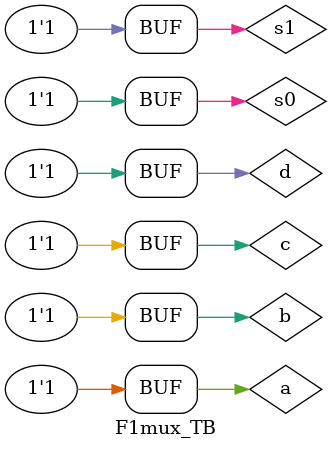
<source format=v>
`timescale 1ns / 1ps
module F1mux(a,b,c,d,s0,s1,y);
input a,b,c,d,s0,s1;
output y;
assign y=s1?(s0?d:c):(s0?b:a);
endmodule

module F1mux_TB();
reg a,b,c,d,s0,s1;
wire y;
F1mux UUT(.y(y),.a(a),.b(b),.c(c),.d(d),.s0(s0),.s1(s1));
initial begin
s0=0;s1=0;a=0;b=0;c=0;d=0;#10;
a=1;#10;
s0=1;b=1;#10;
s0=0;s1=1;c=1;#10;
s0=1;s1=1;d=1;#10;
end
endmodule

//module F1mux_FPGA_tb(input [15:0]sw, output [15:0] led);
//F1mux dut(
//    .s0(sw[0]),.s1(sw[1]),
//    .a(sw[2]),.b(sw[3]),.c(sw[4]),.d(sw[5]),
//    .y(led[0])
//);
//endmodule

</source>
